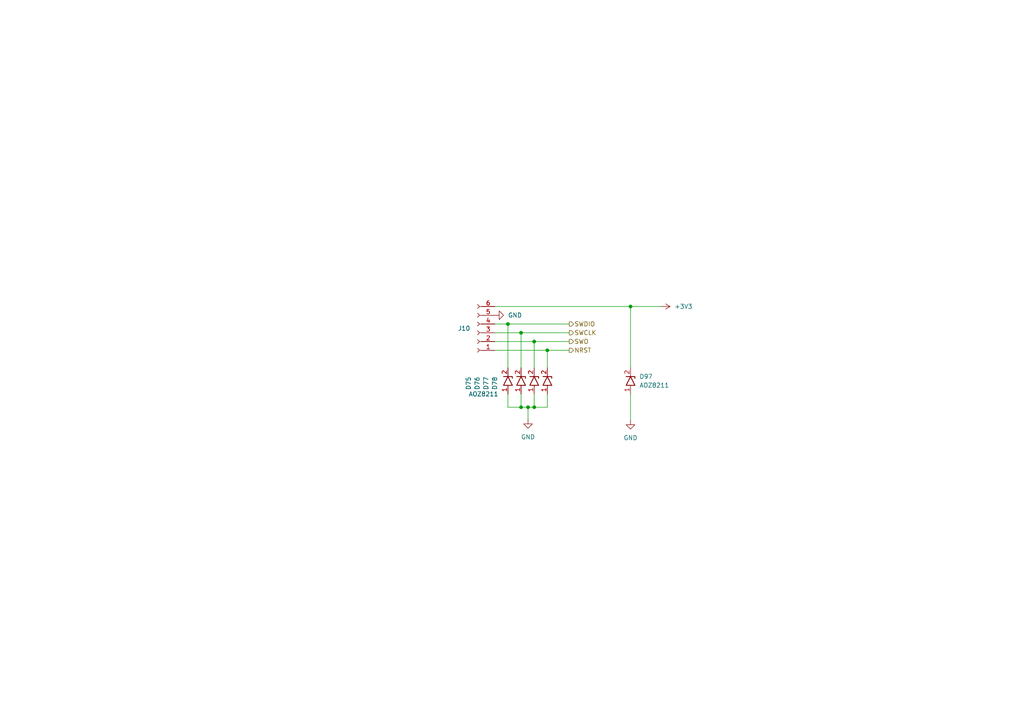
<source format=kicad_sch>
(kicad_sch (version 20211123) (generator eeschema)
  (paper "A4")
  (lib_symbols
    (symbol "Connector:Conn_01x06_Female" (pin_names (offset 1.016) hide)
      (property "Reference" "J" (at 0 7.62 0))
      (property "Value" "Conn_01x06_Female" (at 0 -10.16 0))
      (symbol "Conn_01x06_Female_1_1"
        (arc (start 0 -7.112) (mid -0.508 -7.62) (end 0 -8.128) (stroke (width 0.1524)))
        (arc (start 0 -4.572) (mid -0.508 -5.08) (end 0 -5.588) (stroke (width 0.1524)))
        (arc (start 0 -2.032) (mid -0.508 -2.54) (end 0 -3.048) (stroke (width 0.1524)))
        (polyline (pts (xy -1.27 -7.62) (xy -0.508 -7.62)) (stroke (width 0.1524)))
        (polyline (pts (xy -1.27 -5.08) (xy -0.508 -5.08)) (stroke (width 0.1524)))
        (polyline (pts (xy -1.27 -2.54) (xy -0.508 -2.54)) (stroke (width 0.1524)))
        (polyline (pts (xy -1.27 0) (xy -0.508 0)) (stroke (width 0.1524)))
        (polyline (pts (xy -1.27 2.54) (xy -0.508 2.54)) (stroke (width 0.1524)))
        (polyline (pts (xy -1.27 5.08) (xy -0.508 5.08)) (stroke (width 0.1524)))
        (arc (start 0 0.508) (mid -0.508 0) (end 0 -0.508) (stroke (width 0.1524)))
        (arc (start 0 3.048) (mid -0.508 2.54) (end 0 2.032) (stroke (width 0.1524)))
        (arc (start 0 5.588) (mid -0.508 5.08) (end 0 4.572) (stroke (width 0.1524)))
        (pin passive line (at -5.08 5.08 0) (length 3.81) (name "Pin_1") (number "1"))
        (pin passive line (at -5.08 2.54 0) (length 3.81) (name "Pin_2") (number "2"))
        (pin passive line (at -5.08 0 0) (length 3.81) (name "Pin_3") (number "3"))
        (pin passive line (at -5.08 -2.54 0) (length 3.81) (name "Pin_4") (number "4"))
        (pin passive line (at -5.08 -5.08 0) (length 3.81) (name "Pin_5") (number "5"))
        (pin passive line (at -5.08 -7.62 0) (length 3.81) (name "Pin_6") (number "6"))
      )
    )
    (symbol "_Diodes:AOZ8211"
      (property "Reference" "D" (at 0 0 0))
      (property "Value" "AOZ8211" (at 0 2.54 0))
      (symbol "AOZ8211_0_1"
        (polyline (pts (xy 0.762 -3.81) (xy 1.27 -3.81) (xy 1.27 -1.27)) (stroke (width 0.254)))
        (polyline (pts (xy -1.27 -3.81) (xy -1.27 -1.27) (xy 1.27 -2.54) (xy -1.27 -3.81)) (stroke (width 0.254)))
      )
      (symbol "AOZ8211_1_1"
        (pin passive line (at -3.81 -2.54 0) (length 2.54) (name "") (number "1"))
        (pin passive line (at 3.81 -2.54 180) (length 2.54) (name "") (number "2"))
      )
    )
    (symbol "power:+3.3V" (power) (pin_names (offset 0))
      (property "Value" "+3.3V" (at 0 3.556 0))
      (symbol "+3.3V_0_1"
        (polyline (pts (xy -0.762 1.27) (xy 0 2.54)))
        (polyline (pts (xy 0 0) (xy 0 2.54)))
        (polyline (pts (xy 0 2.54) (xy 0.762 1.27)))
      )
      (symbol "+3.3V_1_1"
        (pin power_in line (at 0 0 90) (length 0) hide (name "+3V3") (number "1"))
      )
    )
    (symbol "power:GND" (power) (pin_names (offset 0))
      (property "Value" "GND" (at 0 -3.81 0))
      (symbol "GND_0_1"
        (polyline (pts (xy 0 0) (xy 0 -1.27) (xy 1.27 -1.27) (xy 0 -2.54) (xy -1.27 -1.27) (xy 0 -1.27)))
      )
      (symbol "GND_1_1"
        (pin power_in line (at 0 0 270) (length 0) hide (name "GND") (number "1"))
      )
    )
  )
  (junction (at 158.75 101.6))
  (junction (at 151.13 118.11))
  (junction (at 182.88 88.9))
  (junction (at 151.13 96.52))
  (junction (at 147.32 93.98))
  (junction (at 154.94 99.06))
  (junction (at 154.94 118.11))
  (junction (at 153.1498 118.11))
  (wire (pts (xy 182.88 88.9) (xy 143.51 88.9)))
  (wire (pts (xy 151.13 118.11) (xy 153.1498 118.11)))
  (wire (pts (xy 143.51 96.52) (xy 151.13 96.52)))
  (wire (pts (xy 191.77 88.9) (xy 182.88 88.9)))
  (wire (pts (xy 143.51 93.98) (xy 147.32 93.98)))
  (wire (pts (xy 147.32 118.11) (xy 151.13 118.11)))
  (wire (pts (xy 182.88 114.3) (xy 182.88 121.92)))
  (wire (pts (xy 154.94 99.06) (xy 154.94 106.68)))
  (wire (pts (xy 151.13 96.52) (xy 165.1 96.52)))
  (wire (pts (xy 154.94 118.11) (xy 158.75 118.11)))
  (wire (pts (xy 151.13 96.52) (xy 151.13 106.68)))
  (wire (pts (xy 158.75 101.6) (xy 158.75 106.68)))
  (wire (pts (xy 147.32 93.98) (xy 165.1 93.98)))
  (wire (pts (xy 154.94 99.06) (xy 165.1 99.06)))
  (wire (pts (xy 154.94 114.3) (xy 154.94 118.11)))
  (wire (pts (xy 182.88 88.9) (xy 182.88 106.68)))
  (wire (pts (xy 151.13 114.3) (xy 151.13 118.11)))
  (wire (pts (xy 153.1498 118.11) (xy 153.1498 121.6738)))
  (wire (pts (xy 147.32 93.98) (xy 147.32 106.68)))
  (wire (pts (xy 158.75 118.11) (xy 158.75 114.3)))
  (wire (pts (xy 143.51 99.06) (xy 154.94 99.06)))
  (wire (pts (xy 143.51 101.6) (xy 158.75 101.6)))
  (wire (pts (xy 147.32 114.3) (xy 147.32 118.11)))
  (wire (pts (xy 153.1498 118.11) (xy 154.94 118.11)))
  (wire (pts (xy 158.75 101.6) (xy 165.1 101.6)))
  (hierarchical_label "SWO" (shape output) (at 165.1 99.06 0))
  (hierarchical_label "SWCLK" (shape output) (at 165.1 96.52 0))
  (hierarchical_label "SWDIO" (shape output) (at 165.1 93.98 0))
  (hierarchical_label "NRST" (shape output) (at 165.1 101.6 0))
  (symbol (lib_id "_Diodes:AOZ8211") (at 156.21 110.49 90) (unit 1)
    (property "Reference" "D78" (at 143.51 109.22 0) (effects (justify right)))
    (property "Value" "AOZ8211" (effects hide))
    (property "Footprint" "_Diodes:AOZ8211" (effects hide))
  )
  (symbol (lib_id "_Diodes:AOZ8211") (at 152.4 110.49 90) (unit 1)
    (property "Reference" "D77" (at 140.97 109.22 0) (effects (justify right)))
    (property "Value" "AOZ8211" (effects hide))
    (property "Footprint" "_Diodes:AOZ8211" (effects hide))
  )
  (symbol (lib_id "_Diodes:AOZ8211") (at 148.59 110.49 90) (unit 1)
    (property "Reference" "D76" (at 138.43 109.22 0) (effects (justify right)))
    (property "Value" "AOZ8211" (effects hide))
    (property "Footprint" "_Diodes:AOZ8211" (effects hide))
  )
  (symbol (lib_id "power:+3.3V") (at 191.77 88.9 270) (unit 1)
    (property "Reference" "#PWR0139" (effects hide))
    (property "Value" "+3.3V" (at 195.58 88.8999 90) (effects (justify left)))
  )
  (symbol (lib_id "Connector:Conn_01x06_Female") (at 138.43 96.52 180) (unit 1)
    (property "Reference" "J10" (at 134.62 95.25 0))
    (property "Value" "Conn_01x06_Female" (effects hide))
    (property "Footprint" "Connector_PinSocket_2.54mm:PinSocket_1x06_P2.54mm_Vertical" (effects hide))
  )
  (symbol (lib_id "_Diodes:AOZ8211") (at 144.78 110.49 90) (unit 1)
    (property "Reference" "D75" (at 135.89 109.22 0) (effects (justify right)))
    (property "Value" "AOZ8211" (at 135.89 114.3 90) (effects (justify right)))
    (property "Footprint" "_Diodes:AOZ8211" (effects hide))
  )
  (symbol (lib_id "power:GND") (at 143.51 91.44 90) (unit 1)
    (property "Reference" "#PWR0140" (effects hide))
    (property "Value" "GND" (at 147.32 91.4399 90) (effects (justify right)))
  )
  (symbol (lib_id "power:GND") (at 153.1498 121.6738 0) (unit 1)
    (property "Reference" "#PWR0141" (effects hide))
    (property "Value" "GND" (at 153.1498 126.7538 0))
  )
  (symbol (lib_id "power:GND") (at 182.88 121.92 0) (unit 1)
    (property "Reference" "#PWR0207" (effects hide))
    (property "Value" "GND" (at 182.88 127 0))
  )
  (symbol (lib_id "_Diodes:AOZ8211") (at 180.34 110.49 90) (unit 1)
    (property "Reference" "D97" (at 185.42 109.2199 90) (effects (justify right)))
    (property "Value" "AOZ8211" (at 185.42 111.7599 90) (effects (justify right)))
    (property "Footprint" "_Diodes:AOZ8211" (effects hide))
  )
)
</source>
